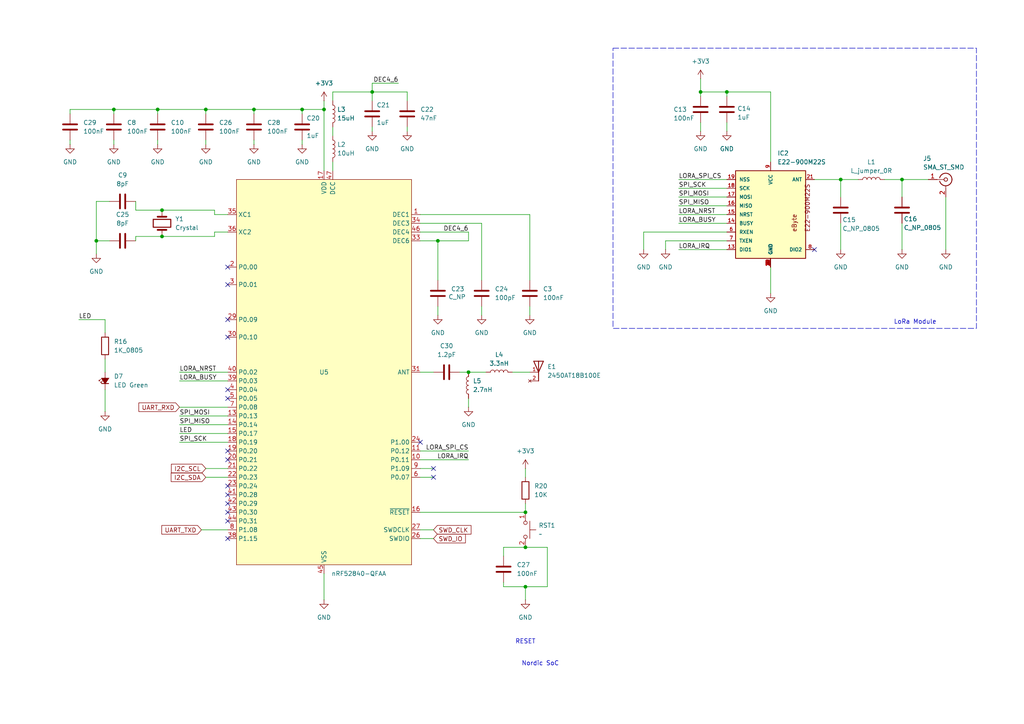
<source format=kicad_sch>
(kicad_sch (version 20250114) (generator "eeschema") (generator_version "9.0")
  (paper "A4")
  (title_block (title "LoRa Hub"))
  (lib_symbols
    (symbol "Library:+3V3" (power) (pin_numbers (hide yes)) (pin_names (offset 0) (hide yes))
      (property "Value" "+3V3" (at 0 3.556 0))
      (symbol "+3V3_1_1"
        (pin power_in line (at 0 0 90) (length 0) (name "~") (number "1"))
      )
    )
    (symbol "Library:100nF_0402_16V_X7R" (pin_numbers (hide yes)) (pin_names (offset 0.254))
      (property "Reference" "C" (at 0.635 2.54 0))
      (property "Value" "100nF_0402_16V_X7R" (at 0.635 -2.54 0))
      (symbol "100nF_0402_16V_X7R_1_1"
        (pin passive line (at 0 3.81 270) (length 2.794) (name "~") (number "1"))
        (pin passive line (at 0 -3.81 90) (length 2.794) (name "~") (number "2"))
      )
    )
    (symbol "Library:100nF_0603_25V_X5R" (pin_numbers (hide yes)) (pin_names (offset 0.254))
      (property "Reference" "C" (at 0.635 2.54 0))
      (property "Value" "100nF" (at 0.635 -2.54 0))
      (symbol "100nF_0603_25V_X5R_1_1"
        (pin passive line (at 0 3.81 270) (length 2.794) (name "~") (number "1"))
        (pin passive line (at 0 -3.81 90) (length 2.794) (name "~") (number "2"))
      )
    )
    (symbol "Library:100pF_0603" (pin_numbers (hide yes)) (pin_names (offset 0.254))
      (property "Reference" "C" (at 0.635 2.54 0))
      (property "Value" "100pF" (at 0.635 -2.54 0))
      (symbol "100pF_0603_1_1"
        (pin passive line (at 0 3.81 270) (length 2.794) (name "~") (number "1"))
        (pin passive line (at 0 -3.81 90) (length 2.794) (name "~") (number "2"))
      )
    )
    (symbol "Library:10K_0805" (pin_numbers (hide yes)) (pin_names (offset 0))
      (property "Reference" "R" (at 2.032 0 90))
      (property "Value" "10K_0805" (at -2.54 0 90))
      (symbol "10K_0805_1_1"
        (pin passive line (at 0 3.81 270) (length 1.27) (name "~") (number "1"))
        (pin passive line (at 0 -3.81 90) (length 1.27) (name "~") (number "2"))
      )
    )
    (symbol "Library:10nH_0603" (pin_numbers (hide yes)) (pin_names (offset 1.016) (hide yes))
      (property "Reference" "L" (at -1.27 0 90))
      (property "Value" "10uH" (at 1.905 0 90))
      (symbol "10nH_0603_1_1"
        (pin passive line (at 0 3.81 270) (length 1.27) (name "1") (number "1"))
        (pin passive line (at 0 -3.81 90) (length 1.27) (name "2") (number "2"))
      )
    )
    (symbol "Library:1K_0805" (pin_numbers (hide yes)) (pin_names (offset 0))
      (property "Reference" "R" (at 2.032 0 90))
      (property "Value" "1K_0805" (at -2.54 0 90))
      (symbol "1K_0805_1_1"
        (pin passive line (at 0 3.81 270) (length 1.27) (name "~") (number "1"))
        (pin passive line (at 0 -3.81 90) (length 1.27) (name "~") (number "2"))
      )
    )
    (symbol "Library:1uF_0603_25V_X7R" (pin_numbers (hide yes)) (pin_names (offset 0.254))
      (property "Reference" "C" (at 0.635 2.54 0))
      (property "Value" "1uF_0603_25V_X7R" (at 0.635 -2.54 0))
      (symbol "1uF_0603_25V_X7R_1_1"
        (pin passive line (at 0 3.81 270) (length 2.794) (name "~") (number "1"))
        (pin passive line (at 0 -3.81 90) (length 2.794) (name "~") (number "2"))
      )
    )
    (symbol "Library:1uF_0805_25V_X7R" (pin_numbers (hide yes)) (pin_names (offset 0.254))
      (property "Reference" "C" (at 0.635 2.54 0))
      (property "Value" "1uF_0805_25V_X7R" (at 0.635 -2.54 0))
      (symbol "1uF_0805_25V_X7R_1_1"
        (pin passive line (at 0 3.81 270) (length 2.794) (name "~") (number "1"))
        (pin passive line (at 0 -3.81 90) (length 2.794) (name "~") (number "2"))
      )
    )
    (symbol "Library:2450AT18B100E" (pin_names (offset 1.016))
      (property "Reference" "E" (at 2.0344 0.7629 0))
      (property "Value" "2450AT18B100E" (at 2.1628 -1.0178 0))
      (symbol "2450AT18B100E_0_0"
        (pin passive line (at -2.54 0 0) (length 2.54) (name "~") (number "1"))
        (pin no_connect line (at -2.54 -2.54 0) (length 2.54) (name "~") (number "2"))
      )
    )
    (symbol "Library:47nF_0603_25V_X7R" (pin_numbers (hide yes)) (pin_names (offset 0.254))
      (property "Reference" "C" (at 0.635 2.54 0))
      (property "Value" "47nF" (at 0.635 -2.54 0))
      (symbol "47nF_0603_25V_X7R_1_1"
        (pin passive line (at 0 3.81 270) (length 2.794) (name "~") (number "1"))
        (pin passive line (at 0 -3.81 90) (length 2.794) (name "~") (number "2"))
      )
    )
    (symbol "Library:C" (pin_numbers (hide yes)) (pin_names (offset 0.254))
      (property "Reference" "C" (at 0.635 2.54 0))
      (property "Value" "C" (at 0.635 -2.54 0))
      (symbol "C_1_1"
        (pin passive line (at 0 3.81 270) (length 2.794) (name "~") (number "1"))
        (pin passive line (at 0 -3.81 90) (length 2.794) (name "~") (number "2"))
      )
    )
    (symbol "Library:C_NP_0603" (pin_numbers (hide yes)) (pin_names (offset 0.254))
      (property "Reference" "C" (at 0.635 2.54 0))
      (property "Value" "C_NP_0603" (at 0.635 -2.54 0))
      (symbol "C_NP_0603_1_1"
        (pin passive line (at 0 3.81 270) (length 2.794) (name "~") (number "1"))
        (pin passive line (at 0 -3.81 90) (length 2.794) (name "~") (number "2"))
      )
    )
    (symbol "Library:C_NP_0805" (pin_numbers (hide yes)) (pin_names (offset 0.254))
      (property "Reference" "C" (at 0.635 2.54 0))
      (property "Value" "C_NP_0805" (at 0.635 -2.54 0))
      (symbol "C_NP_0805_1_1"
        (pin passive line (at 0 3.81 270) (length 2.794) (name "~") (number "1"))
        (pin passive line (at 0 -3.81 90) (length 2.794) (name "~") (number "2"))
      )
    )
    (symbol "Library:Crystal" (pin_numbers (hide yes)) (pin_names (offset 1.016) (hide yes))
      (property "Reference" "Y" (at 0 3.81 0))
      (property "Value" "Crystal" (at 0 -3.81 0))
      (symbol "Crystal_1_1"
        (pin passive line (at -3.81 0 0) (length 1.27) (name "1") (number "1"))
        (pin passive line (at 3.81 0 180) (length 1.27) (name "2") (number "2"))
      )
    )
    (symbol "Library:E22-900M22S" (pin_names (offset 1.016))
      (property "Reference" "IC" (at 5.08 17.78 0))
      (property "Value" "E22-900M22S" (at -12.7 17.78 0))
      (symbol "E22-900M22S_0_0"
        (text "eByte" (at 7.62 -5.08 900) (effects (font (size 1.27 1.27)) (justify left bottom)))
        (text "E22-900M22S" (at 11.43 -5.08 900) (effects (font (size 1.27 1.27)) (justify left bottom)))
        (pin input line (at -12.7 10.16 0) (length 2.54) (name "NSS") (number "19"))
        (pin input line (at -12.7 7.62 0) (length 2.54) (name "SCK") (number "18"))
        (pin bidirectional line (at -12.7 5.08 0) (length 2.54) (name "MOSI") (number "17"))
        (pin bidirectional line (at -12.7 2.54 0) (length 2.54) (name "MISO") (number "16"))
        (pin bidirectional line (at -12.7 0 0) (length 2.54) (name "NRST") (number "15"))
        (pin bidirectional line (at -12.7 -2.54 0) (length 2.54) (name "BUSY") (number "14"))
        (pin input line (at -12.7 -5.08 0) (length 2.54) (name "RXEN") (number "6"))
        (pin bidirectional line (at -12.7 -7.62 0) (length 2.54) (name "TXEN") (number "7"))
        (pin bidirectional line (at -12.7 -10.16 0) (length 2.54) (name "DIO1") (number "13"))
        (pin power_in line (at 0 15.24 270) (length 2.54) (name "VCC") (number "9"))
        (pin power_in line (at 0 -15.24 90) (length 2.54) (name "GND") (number "1"))
        (pin power_in line (at 0 -15.24 90) (length 2.54) (name "GND") (number "10"))
        (pin power_in line (at 0 -15.24 90) (length 2.54) (name "GND") (number "11"))
        (pin power_in line (at 0 -15.24 90) (length 2.54) (name "GND") (number "12"))
        (pin power_in line (at 0 -15.24 90) (length 2.54) (name "GND") (number "2"))
        (pin power_in line (at 0 -15.24 90) (length 2.54) (name "GND") (number "20"))
        (pin power_in line (at 0 -15.24 90) (length 2.54) (name "GND") (number "22"))
        (pin power_in line (at 0 -15.24 90) (length 2.54) (name "GND") (number "3"))
        (pin power_in line (at 0 -15.24 90) (length 2.54) (name "GND") (number "4"))
        (pin power_in line (at 0 -15.24 90) (length 2.54) (name "GND") (number "5"))
        (pin output line (at 12.7 10.16 180) (length 2.54) (name "ANT") (number "21"))
        (pin bidirectional line (at 12.7 -10.16 180) (length 2.54) (name "DIO2") (number "8"))
      )
    )
    (symbol "Library:GND" (power) (pin_numbers (hide yes)) (pin_names (offset 0) (hide yes))
      (property "Value" "GND" (at 0 -3.81 0))
      (symbol "GND_1_1"
        (pin power_in line (at 0 0 270) (length 0) (name "~") (number "1"))
      )
    )
    (symbol "Library:L" (pin_numbers (hide yes)) (pin_names (offset 1.016) (hide yes))
      (property "Reference" "L" (at -1.27 0 90))
      (property "Value" "L" (at 1.905 0 90))
      (symbol "L_1_1"
        (pin passive line (at 0 3.81 270) (length 1.27) (name "1") (number "1"))
        (pin passive line (at 0 -3.81 90) (length 1.27) (name "2") (number "2"))
      )
    )
    (symbol "Library:LED_Green_0805" (pin_numbers (hide yes)) (pin_names (offset 0.254) (hide yes))
      (property "Reference" "D" (at -1.27 3.175 0))
      (property "Value" "LED Green" (at -4.445 -2.54 0))
      (symbol "LED_Green_0805_1_1"
        (pin passive line (at -2.54 0 0) (length 1.778) (name "K") (number "1"))
        (pin passive line (at 2.54 0 180) (length 1.778) (name "A") (number "2"))
      )
    )
    (symbol "Library:L_jumper_0R" (pin_numbers (hide yes)) (pin_names (offset 1.016) (hide yes))
      (property "Reference" "L" (at -1.27 0 90))
      (property "Value" "L_jumper_0R" (at 1.905 0 90))
      (symbol "L_jumper_0R_1_1"
        (pin passive line (at 0 3.81 270) (length 1.27) (name "1") (number "1"))
        (pin passive line (at 0 -3.81 90) (length 1.27) (name "2") (number "2"))
      )
    )
    (symbol "Library:SMA_ST_SMD" (pin_names (offset 1.016) (hide yes))
      (property "Reference" "J" (at 0.254 3.048 0))
      (property "Value" "SMA_ST_SMD" (at 2.921 0 90))
      (symbol "SMA_ST_SMD_1_1"
        (pin passive line (at -5.08 0 0) (length 2.54) (name "In") (number "1"))
        (pin passive line (at 0 -5.08 90) (length 2.54) (name "Ext") (number "2"))
      )
    )
    (symbol "Library:SW_Push" (pin_names (offset 1.016) (hide yes))
      (property "Reference" "SW" (at 1.016 3.302 0))
      (property "Value" "SW_Push" (at -2.032 7.62 0))
      (symbol "SW_Push_1_1"
        (pin passive line (at -5.08 0 0) (length 2.54) (name "~") (number "1"))
        (pin passive line (at -5.08 0 0) (length 2.54) (hide yes) (name "~") (number "4"))
        (pin passive line (at 5.08 0 180) (length 2.54) (name "~") (number "2"))
        (pin passive line (at 5.08 0 180) (length 2.54) (hide yes) (name "~") (number "3"))
      )
    )
    (symbol "Library:nRF52840-QFXX"
      (property "Reference" "U" (at 0 0 0))
      (property "Value" "nRF52840-QFXX" (at 0 -2.54 0))
      (symbol "nRF52840-QFXX_0_0"
        (pin input line (at -27.94 45.72 0) (length 2.54) (name "XC1") (number "35"))
        (pin input line (at -27.94 40.64 0) (length 2.54) (name "XC2") (number "36"))
        (pin bidirectional line (at -27.94 -10.16 0) (length 2.54) (name "P0.08") (number "7"))
        (pin bidirectional line (at -27.94 -12.7 0) (length 2.54) (name "P0.13") (number "13"))
        (pin bidirectional line (at -27.94 -15.24 0) (length 2.54) (name "P0.14") (number "14"))
        (pin bidirectional line (at -27.94 -17.78 0) (length 2.54) (name "P0.17") (number "15"))
        (pin bidirectional line (at -27.94 -20.32 0) (length 2.54) (name "P0.19") (number "18"))
        (pin bidirectional line (at -27.94 -22.86 0) (length 2.54) (name "P0.20") (number "19"))
        (pin bidirectional line (at -27.94 -25.4 0) (length 2.54) (name "P0.21") (number "20"))
        (pin bidirectional line (at -27.94 -27.94 0) (length 2.54) (name "P0.22") (number "21"))
        (pin bidirectional line (at -27.94 -30.48 0) (length 2.54) (name "P0.23") (number "22"))
        (pin bidirectional line (at -27.94 -33.02 0) (length 2.54) (name "P0.24") (number "23"))
        (pin bidirectional line (at -27.94 -45.72 0) (length 2.54) (name "P1.08") (number "8"))
        (pin bidirectional line (at -27.94 -48.26 0) (length 2.54) (name "P1.15") (number "38"))
        (pin power_in line (at 0 58.42 270) (length 2.54) (name "VDD") (number "17"))
        (pin power_in line (at 0 -58.42 90) (length 2.54) (name "VSS") (number "45"))
        (pin power_out line (at 2.54 58.42 270) (length 2.54) (name "DCC") (number "47"))
        (pin bidirectional line (at 27.94 0 180) (length 2.54) (name "ANT") (number "31"))
        (pin bidirectional line (at 27.94 -48.26 180) (length 2.54) (name "SWDIO") (number "26"))
      )
      (symbol "nRF52840-QFXX_1_0"
        (pin bidirectional line (at -27.94 30.48 0) (length 2.54) (name "P0.00") (number "2"))
        (pin bidirectional line (at -27.94 25.4 0) (length 2.54) (name "P0.01") (number "3"))
        (pin bidirectional line (at -27.94 15.24 0) (length 2.54) (name "P0.09") (number "29"))
        (pin bidirectional line (at -27.94 10.16 0) (length 2.54) (name "P0.10") (number "30"))
        (pin bidirectional line (at -27.94 0 0) (length 2.54) (name "P0.02") (number "40"))
        (pin bidirectional line (at -27.94 -2.54 0) (length 2.54) (name "P0.03") (number "39"))
        (pin bidirectional line (at -27.94 -5.08 0) (length 2.54) (name "P0.04") (number "4"))
        (pin bidirectional line (at -27.94 -7.62 0) (length 2.54) (name "P0.05") (number "5"))
        (pin bidirectional line (at -27.94 -35.56 0) (length 2.54) (name "P0.28") (number "41"))
        (pin bidirectional line (at -27.94 -38.1 0) (length 2.54) (name "P0.29") (number "42"))
        (pin bidirectional line (at -27.94 -40.64 0) (length 2.54) (name "P0.30") (number "43"))
        (pin bidirectional line (at -27.94 -43.18 0) (length 2.54) (name "P0.31") (number "44"))
        (pin no_connect line (at -15.24 -55.88 90) (length 2.54) (hide yes) (name "NC") (number "28"))
        (pin passive line (at 0 58.42 270) (length 2.54) (hide yes) (name "VDD") (number "12"))
        (pin passive line (at 0 58.42 270) (length 2.54) (hide yes) (name "VDD") (number "25"))
        (pin passive line (at 0 58.42 270) (length 2.54) (hide yes) (name "VDD") (number "37"))
        (pin passive line (at 0 58.42 270) (length 2.54) (hide yes) (name "VDD") (number "48"))
        (pin passive line (at 0 -58.42 90) (length 2.54) (hide yes) (name "VSS_PA") (number "32"))
        (pin passive line (at 0 -58.42 90) (length 2.54) (hide yes) (name "VSS") (number "49"))
        (pin passive line (at 27.94 45.72 180) (length 2.54) (name "DEC1") (number "1"))
        (pin passive line (at 27.94 43.18 180) (length 2.54) (name "DEC3") (number "34"))
        (pin passive line (at 27.94 40.64 180) (length 2.54) (name "DEC4") (number "46"))
        (pin passive line (at 27.94 38.1 180) (length 2.54) (name "DEC6") (number "33"))
        (pin bidirectional line (at 27.94 -20.32 180) (length 2.54) (name "P1.00") (number "24"))
        (pin bidirectional line (at 27.94 -22.86 180) (length 2.54) (name "P0.12") (number "11"))
        (pin bidirectional line (at 27.94 -25.4 180) (length 2.54) (name "P0.11") (number "10"))
        (pin bidirectional line (at 27.94 -27.94 180) (length 2.54) (name "P1.09") (number "9"))
        (pin bidirectional line (at 27.94 -30.48 180) (length 2.54) (name "P0.07") (number "6"))
        (pin input line (at 27.94 -40.64 180) (length 2.54) (name "~{RESET}") (number "16"))
        (pin input line (at 27.94 -45.72 180) (length 2.54) (name "SWDCLK") (number "27"))
      )
    )
  )
  (rectangle (start 177.8 13.97) (end 283.21 95.25) (stroke (width 0) (type dash)))
  (text "LoRa Module" (at 265.43 93.472 0) (effects (font (size 1.27 1.27))))
  (text "Nordic SoC" (at 156.718 192.532 0) (effects (font (size 1.27 1.27))))
  (text "RESET" (at 152.4 186.182 0) (effects (font (size 1.27 1.27))))
  (junction (at 87.63 31.75))
  (junction (at 203.2 26.67))
  (junction (at 46.99 68.58))
  (junction (at 46.99 60.96))
  (junction (at 135.89 107.95))
  (junction (at 73.66 31.75))
  (junction (at 152.4 158.75))
  (junction (at 27.94 69.85))
  (junction (at 33.02 31.75))
  (junction (at 93.98 31.75))
  (junction (at 107.95 26.67))
  (junction (at 210.82 26.67))
  (junction (at 127 69.85))
  (junction (at 59.69 31.75))
  (junction (at 152.4 148.59))
  (junction (at 261.62 52.07))
  (junction (at 243.84 52.07))
  (junction (at 152.4 170.18))
  (junction (at 45.72 31.75))
  (no_connect (at 66.04 97.79))
  (no_connect (at 236.22 72.39))
  (no_connect (at 66.04 92.71))
  (no_connect (at 125.73 135.89))
  (no_connect (at 66.04 130.81))
  (no_connect (at 66.04 151.13))
  (no_connect (at 125.73 138.43))
  (no_connect (at 121.92 128.27))
  (no_connect (at 66.04 148.59))
  (no_connect (at 66.04 113.03))
  (no_connect (at 66.04 115.57))
  (no_connect (at 66.04 82.55))
  (no_connect (at 66.04 133.35))
  (no_connect (at 66.04 143.51))
  (no_connect (at 66.04 77.47))
  (no_connect (at 66.04 140.97))
  (no_connect (at 66.04 156.21))
  (no_connect (at 66.04 146.05))
  (wire (pts (xy 121.92 135.89) (xy 125.73 135.89)))
  (wire (pts (xy 146.05 170.18) (xy 146.05 168.91)))
  (wire (pts (xy 52.07 123.19) (xy 66.04 123.19)))
  (wire (pts (xy 52.07 120.65) (xy 66.04 120.65)))
  (wire (pts (xy 45.72 40.64) (xy 45.72 41.91)))
  (wire (pts (xy 73.66 31.75) (xy 87.63 31.75)))
  (wire (pts (xy 59.69 138.43) (xy 66.04 138.43)))
  (wire (pts (xy 96.52 26.67) (xy 107.95 26.67)))
  (wire (pts (xy 236.22 52.07) (xy 243.84 52.07)))
  (wire (pts (xy 203.2 26.67) (xy 203.2 27.94)))
  (wire (pts (xy 152.4 170.18) (xy 152.4 173.99)))
  (wire (pts (xy 87.63 31.75) (xy 93.98 31.75)))
  (wire (pts (xy 107.95 26.67) (xy 107.95 24.13)))
  (wire (pts (xy 152.4 158.75) (xy 158.75 158.75)))
  (wire (pts (xy 210.82 26.67) (xy 223.52 26.67)))
  (wire (pts (xy 139.7 64.77) (xy 139.7 81.28)))
  (wire (pts (xy 73.66 31.75) (xy 73.66 33.02)))
  (wire (pts (xy 52.07 125.73) (xy 66.04 125.73)))
  (wire (pts (xy 121.92 107.95) (xy 125.73 107.95)))
  (wire (pts (xy 121.92 153.67) (xy 125.73 153.67)))
  (wire (pts (xy 46.99 60.96) (xy 39.37 60.96)))
  (wire (pts (xy 127 88.9) (xy 127 91.44)))
  (wire (pts (xy 223.52 77.47) (xy 223.52 85.09)))
  (wire (pts (xy 33.02 40.64) (xy 33.02 41.91)))
  (wire (pts (xy 87.63 31.75) (xy 87.63 33.02)))
  (wire (pts (xy 27.94 69.85) (xy 31.75 69.85)))
  (wire (pts (xy 62.23 67.31) (xy 66.04 67.31)))
  (wire (pts (xy 146.05 170.18) (xy 152.4 170.18)))
  (wire (pts (xy 135.89 115.57) (xy 135.89 118.11)))
  (wire (pts (xy 93.98 29.21) (xy 93.98 31.75)))
  (wire (pts (xy 62.23 68.58) (xy 62.23 67.31)))
  (wire (pts (xy 59.69 31.75) (xy 73.66 31.75)))
  (wire (pts (xy 59.69 40.64) (xy 59.69 41.91)))
  (wire (pts (xy 52.07 128.27) (xy 66.04 128.27)))
  (wire (pts (xy 203.2 26.67) (xy 210.82 26.67)))
  (wire (pts (xy 243.84 52.07) (xy 248.92 52.07)))
  (wire (pts (xy 107.95 36.83) (xy 107.95 38.1)))
  (wire (pts (xy 121.92 156.21) (xy 125.73 156.21)))
  (wire (pts (xy 45.72 31.75) (xy 45.72 33.02)))
  (wire (pts (xy 121.92 148.59) (xy 152.4 148.59)))
  (wire (pts (xy 33.02 31.75) (xy 20.32 31.75)))
  (wire (pts (xy 196.85 62.23) (xy 210.82 62.23)))
  (wire (pts (xy 27.94 58.42) (xy 27.94 69.85)))
  (wire (pts (xy 118.11 29.21) (xy 118.11 26.67)))
  (wire (pts (xy 196.85 72.39) (xy 210.82 72.39)))
  (wire (pts (xy 193.04 69.85) (xy 193.04 72.39)))
  (wire (pts (xy 148.59 107.95) (xy 153.67 107.95)))
  (wire (pts (xy 146.05 158.75) (xy 146.05 161.29)))
  (wire (pts (xy 135.89 67.31) (xy 135.89 69.85)))
  (wire (pts (xy 127 69.85) (xy 127 81.28)))
  (wire (pts (xy 20.32 40.64) (xy 20.32 41.91)))
  (wire (pts (xy 66.04 62.23) (xy 62.23 62.23)))
  (wire (pts (xy 118.11 36.83) (xy 118.11 38.1)))
  (wire (pts (xy 52.07 107.95) (xy 66.04 107.95)))
  (wire (pts (xy 121.92 69.85) (xy 127 69.85)))
  (wire (pts (xy 46.99 68.58) (xy 62.23 68.58)))
  (wire (pts (xy 210.82 26.67) (xy 210.82 27.94)))
  (wire (pts (xy 96.52 46.99) (xy 96.52 49.53)))
  (wire (pts (xy 30.48 104.14) (xy 30.48 107.95)))
  (wire (pts (xy 45.72 31.75) (xy 33.02 31.75)))
  (wire (pts (xy 133.35 107.95) (xy 135.89 107.95)))
  (wire (pts (xy 59.69 31.75) (xy 59.69 33.02)))
  (wire (pts (xy 196.85 57.15) (xy 210.82 57.15)))
  (wire (pts (xy 121.92 62.23) (xy 153.67 62.23)))
  (wire (pts (xy 58.42 153.67) (xy 66.04 153.67)))
  (wire (pts (xy 210.82 35.56) (xy 210.82 38.1)))
  (wire (pts (xy 135.89 107.95) (xy 140.97 107.95)))
  (wire (pts (xy 46.99 68.58) (xy 39.37 68.58)))
  (wire (pts (xy 261.62 64.77) (xy 261.62 72.39)))
  (wire (pts (xy 62.23 62.23) (xy 62.23 60.96)))
  (wire (pts (xy 27.94 69.85) (xy 27.94 73.66)))
  (wire (pts (xy 30.48 113.03) (xy 30.48 119.38)))
  (wire (pts (xy 261.62 57.15) (xy 261.62 52.07)))
  (wire (pts (xy 135.89 130.81) (xy 121.92 130.81)))
  (wire (pts (xy 153.67 62.23) (xy 153.67 81.28)))
  (wire (pts (xy 203.2 22.86) (xy 203.2 26.67)))
  (wire (pts (xy 39.37 68.58) (xy 39.37 69.85)))
  (wire (pts (xy 243.84 52.07) (xy 243.84 57.15)))
  (wire (pts (xy 223.52 26.67) (xy 223.52 46.99)))
  (wire (pts (xy 152.4 170.18) (xy 158.75 170.18)))
  (wire (pts (xy 196.85 52.07) (xy 210.82 52.07)))
  (wire (pts (xy 118.11 26.67) (xy 107.95 26.67)))
  (wire (pts (xy 45.72 31.75) (xy 59.69 31.75)))
  (wire (pts (xy 146.05 158.75) (xy 152.4 158.75)))
  (wire (pts (xy 261.62 52.07) (xy 269.24 52.07)))
  (wire (pts (xy 203.2 35.56) (xy 203.2 38.1)))
  (wire (pts (xy 52.07 110.49) (xy 66.04 110.49)))
  (wire (pts (xy 31.75 58.42) (xy 27.94 58.42)))
  (wire (pts (xy 20.32 31.75) (xy 20.32 33.02)))
  (wire (pts (xy 274.32 57.15) (xy 274.32 72.39)))
  (wire (pts (xy 135.89 133.35) (xy 121.92 133.35)))
  (wire (pts (xy 33.02 31.75) (xy 33.02 33.02)))
  (wire (pts (xy 59.69 135.89) (xy 66.04 135.89)))
  (wire (pts (xy 139.7 88.9) (xy 139.7 91.44)))
  (wire (pts (xy 107.95 29.21) (xy 107.95 26.67)))
  (wire (pts (xy 52.07 118.11) (xy 66.04 118.11)))
  (wire (pts (xy 93.98 31.75) (xy 93.98 49.53)))
  (wire (pts (xy 62.23 60.96) (xy 46.99 60.96)))
  (wire (pts (xy 186.69 67.31) (xy 186.69 72.39)))
  (wire (pts (xy 196.85 64.77) (xy 210.82 64.77)))
  (wire (pts (xy 196.85 54.61) (xy 210.82 54.61)))
  (wire (pts (xy 30.48 92.71) (xy 30.48 96.52)))
  (wire (pts (xy 210.82 67.31) (xy 186.69 67.31)))
  (wire (pts (xy 73.66 40.64) (xy 73.66 41.91)))
  (wire (pts (xy 243.84 64.77) (xy 243.84 72.39)))
  (wire (pts (xy 152.4 146.05) (xy 152.4 148.59)))
  (wire (pts (xy 127 69.85) (xy 135.89 69.85)))
  (wire (pts (xy 210.82 69.85) (xy 193.04 69.85)))
  (wire (pts (xy 261.62 52.07) (xy 256.54 52.07)))
  (wire (pts (xy 196.85 59.69) (xy 210.82 59.69)))
  (wire (pts (xy 153.67 88.9) (xy 153.67 91.44)))
  (wire (pts (xy 152.4 135.89) (xy 152.4 138.43)))
  (wire (pts (xy 121.92 64.77) (xy 139.7 64.77)))
  (wire (pts (xy 158.75 158.75) (xy 158.75 170.18)))
  (wire (pts (xy 121.92 138.43) (xy 125.73 138.43)))
  (wire (pts (xy 96.52 36.83) (xy 96.52 39.37)))
  (wire (pts (xy 96.52 29.21) (xy 96.52 26.67)))
  (wire (pts (xy 39.37 60.96) (xy 39.37 58.42)))
  (wire (pts (xy 30.48 92.71) (xy 22.86 92.71)))
  (wire (pts (xy 87.63 40.64) (xy 87.63 41.91)))
  (wire (pts (xy 107.95 24.13) (xy 115.57 24.13)))
  (wire (pts (xy 93.98 166.37) (xy 93.98 173.99)))
  (wire (pts (xy 121.92 67.31) (xy 135.89 67.31)))
  (label "SPI_SCK" (at 52.07 128.27 0))
  (label "SPI_MOSI" (at 196.85 57.15 0))
  (label "LORA_IRQ" (at 135.89 133.35 180))
  (label "LED" (at 22.86 92.71 0))
  (label "LED" (at 52.07 125.73 0))
  (label "LORA_SPI_CS" (at 135.89 130.81 180))
  (label "LORA_IRQ" (at 196.85 72.39 0))
  (label "SPI_MOSI" (at 52.07 120.65 0))
  (label "LORA_BUSY" (at 196.85 64.77 0))
  (label "SPI_MISO" (at 196.85 59.69 0))
  (label "DEC4_6" (at 115.57 24.13 180))
  (label "LORA_BUSY" (at 52.07 110.49 0))
  (label "LORA_NRST" (at 52.07 107.95 0))
  (label "SPI_SCK" (at 196.85 54.61 0))
  (label "DEC4_6" (at 135.89 67.31 180))
  (label "SPI_MISO" (at 52.07 123.19 0))
  (label "LORA_SPI_CS" (at 196.85 52.07 0))
  (label "LORA_NRST" (at 196.85 62.23 0))
  (global_label "UART_RXD" (shape input) (at 52.07 118.11 180) (property "Intersheetrefs" "${INTERSHEET_REFS}" (effects (hide yes))))
  (global_label "I2C_SDA" (shape input) (at 59.69 138.43 180) (property "Intersheetrefs" "${INTERSHEET_REFS}" (effects (hide yes))))
  (global_label "UART_TXD" (shape input) (at 58.42 153.67 180) (property "Intersheetrefs" "${INTERSHEET_REFS}" (effects (hide yes))))
  (global_label "SWD_CLK" (shape input) (at 125.73 153.67 0) (property "Intersheetrefs" "${INTERSHEET_REFS}" (effects (hide yes))))
  (global_label "I2C_SCL" (shape input) (at 59.69 135.89 180) (property "Intersheetrefs" "${INTERSHEET_REFS}" (effects (hide yes))))
  (global_label "SWD_IO" (shape input) (at 125.73 156.21 0) (property "Intersheetrefs" "${INTERSHEET_REFS}" (effects (hide yes))))
  (symbol (lib_id "Library:SMA_ST_SMD") (at 274.32 52.07 0) (unit 1)
    (property "Reference" "J5" (at 267.716 45.974 0) (effects (justify left)))
    (property "Value" "SMA_ST_SMD" (at 267.716 48.514 0) (effects (justify left)))
    (property "Footprint" "Project_Footprints:SMA_ST_SMD" (effects (hide yes)))
    (property "Datasheet" "${IBA_DATASHEET_DIR}/connectors/SMA_ST_SMD.zip" (effects (hide yes)))
    (property "Description" "coaxial connector SMA, straight, female, SMD, gold" (effects (hide yes)))
    (property "Status" "Preferred" (effects (hide yes)))
    (property "Mfr1" "Linx Technologies" (effects (hide yes)))
    (property "MPN1" "CONSMA001-SMD-G" (effects (hide yes)))
    (property "Mfr2" "Molex" (effects (hide yes)))
    (property "MPN2" "732511352" (effects (hide yes)))
  )
  (symbol (lib_id "Library:GND") (at 30.48 119.38 0) (unit 1)
    (property "Reference" "#PWR053" (effects (hide yes)))
    (property "Value" "GND" (at 30.48 124.46 0))
    (property "Description" "Power symbol creates a global label with name \"GND\" , ground" (effects (hide yes)))
  )
  (symbol (lib_id "Library:100nF_0402_16V_X7R") (at 73.66 36.83 0) (unit 1)
    (property "Reference" "C28" (at 77.47 35.5599 0) (effects (justify left)))
    (property "Value" "100nF" (at 77.47 38.0999 0) (effects (justify left)))
    (property "Footprint" "Project_Footprints:C_0402_1005Metric" (effects (hide yes)))
    (property "Datasheet" "${IBA_DATASHEET_DIR}\\capacitors\\Ceramic_capacitors_SMD_X7R.zip" (effects (hide yes)))
    (property "Description" "100nF 0402, ceramic capacitor, 16V, X7R, 10%" (effects (hide yes)))
    (property "Status" "Specific" (effects (hide yes)))
    (property "Mfr1" "AVX" (effects (hide yes)))
    (property "MPN1" "0402YC104KAT2A" (effects (hide yes)))
    (property "Mfr2" "KEMET" (effects (hide yes)))
    (property "MPN2" "C0402C104K4RACTU" (effects (hide yes)))
  )
  (symbol (lib_id "Library:1uF_0805_25V_X7R") (at 210.82 31.75 0) (unit 1)
    (property "Reference" "C14" (at 213.868 31.496 0) (effects (justify left)))
    (property "Value" "1uF" (at 213.868 34.036 0) (effects (justify left)))
    (property "Footprint" "Project_Footprints:C_0805_2012Metric" (effects (hide yes)))
    (property "Datasheet" "${IBA_DATASHEET_DIR}\\capacitors\\Ceramic_capacitors_SMD_X7R.zip" (effects (hide yes)))
    (property "Description" "1uF 0805, ceramic capacitor, 25V, X7R, 10%" (effects (hide yes)))
    (property "Status" "Preferred" (effects (hide yes)))
    (property "Mfr1" "AVX" (effects (hide yes)))
    (property "MPN1" "08053C105KAT2A" (effects (hide yes)))
    (property "Mfr2" "KEMET" (effects (hide yes)))
    (property "MPN2" "C0805C105K3RACTU" (effects (hide yes)))
  )
  (symbol (lib_id "Library:GND") (at 27.94 73.66 0) (unit 1)
    (property "Reference" "#PWR076" (effects (hide yes)))
    (property "Value" "GND" (at 27.94 78.74 0))
    (property "Description" "Power symbol creates a global label with name \"GND\" , ground" (effects (hide yes)))
  )
  (symbol (lib_id "Library:C") (at 129.54 107.95 90) (unit 1)
    (property "Reference" "C30" (at 129.54 100.33 90))
    (property "Value" "1.2pF" (at 129.54 102.87 90))
    (property "Footprint" "Project_Footprints:C_0402_1005Metric" (effects (hide yes)))
    (property "Description" "Unpolarized capacitor" (effects (hide yes)))
    (property "MFR1" " Johanson Technology" (effects (hide yes)))
    (property "MPN1" "500R07S1R2BV4T" (effects (hide yes)))
    (property "Mfr1" "Johanson Technology" (effects (hide yes)))
  )
  (symbol (lib_id "Library:GND") (at 107.95 38.1 0) (unit 1)
    (property "Reference" "#PWR072" (effects (hide yes)))
    (property "Value" "GND" (at 107.95 43.18 0))
    (property "Description" "Power symbol creates a global label with name \"GND\" , ground" (effects (hide yes)))
  )
  (symbol (lib_id "Library:GND") (at 87.63 41.91 0) (unit 1)
    (property "Reference" "#PWR054" (effects (hide yes)))
    (property "Value" "GND" (at 87.63 46.99 0))
    (property "Description" "Power symbol creates a global label with name \"GND\" , ground" (effects (hide yes)))
  )
  (symbol (lib_id "Library:10nH_0603") (at 96.52 43.18 0) (unit 1)
    (property "Reference" "L2" (at 97.79 41.9099 0) (effects (justify left)))
    (property "Value" "10uH" (at 97.79 44.4499 0) (effects (justify left)))
    (property "Footprint" "Project_Footprints:L_0603_1608Metric" (effects (hide yes)))
    (property "Datasheet" "${IBA_DATASHEET_DIR}\\Inductors\\Murata_JELF243A_9139-1699565.pdf" (effects (hide yes)))
    (property "Description" "RF inductor, unshielded, 2%, 0.7A, 130mOhms" (effects (hide yes)))
    (property "Status" "Preferred" (effects (hide yes)))
    (property "Mfr1" "Murata Electronics" (effects (hide yes)))
    (property "MPN1" "LQW18AS10NG0ZD" (effects (hide yes)))
    (property "Mfr2" "EPCOS / TDK" (effects (hide yes)))
    (property "MPN2" "B82496C3100J" (effects (hide yes)))
  )
  (symbol (lib_id "Library:100nF_0603_25V_X5R") (at 146.05 165.1 0) (unit 1)
    (property "Reference" "C27" (at 149.86 163.8299 0) (effects (justify left)))
    (property "Value" "100nF" (at 149.86 166.3699 0) (effects (justify left)))
    (property "Footprint" "Project_Footprints:C_0603_1608Metric" (effects (hide yes)))
    (property "Datasheet" "${IBA_DATASHEET_DIR}\\capacitors\\Kyocera_cx5r_KGM.pdf" (effects (hide yes)))
    (property "Description" "100nF, 0603, ceramic capacitor, 25V, X5R, 10%" (effects (hide yes)))
    (property "Status" "Specific" (effects (hide yes)))
    (property "Mfr1" "Kyocera AVX" (effects (hide yes)))
    (property "MPN1" "06033D104KAT2A" (effects (hide yes)))
    (property "Mfr2" "---" (effects (hide yes)))
    (property "MPN2" "---" (effects (hide yes)))
  )
  (symbol (lib_id "Library:100nF_0402_16V_X7R") (at 33.02 36.83 0) (unit 1)
    (property "Reference" "C8" (at 36.83 35.5599 0) (effects (justify left)))
    (property "Value" "100nF" (at 36.83 38.0999 0) (effects (justify left)))
    (property "Footprint" "Project_Footprints:C_0402_1005Metric" (effects (hide yes)))
    (property "Datasheet" "${IBA_DATASHEET_DIR}\\capacitors\\Ceramic_capacitors_SMD_X7R.zip" (effects (hide yes)))
    (property "Description" "100nF 0402, ceramic capacitor, 16V, X7R, 10%" (effects (hide yes)))
    (property "Status" "Specific" (effects (hide yes)))
    (property "Mfr1" "AVX" (effects (hide yes)))
    (property "MPN1" "0402YC104KAT2A" (effects (hide yes)))
    (property "Mfr2" "KEMET" (effects (hide yes)))
    (property "MPN2" "C0402C104K4RACTU" (effects (hide yes)))
  )
  (symbol (lib_id "Library:GND") (at 243.84 72.39 0) (unit 1)
    (property "Reference" "#PWR064" (effects (hide yes)))
    (property "Value" "GND" (at 243.84 77.47 0))
    (property "Description" "Power symbol creates a global label with name \"GND\" , ground" (effects (hide yes)))
  )
  (symbol (lib_id "Library:+3V3") (at 93.98 29.21 0) (unit 1)
    (property "Reference" "#PWR055" (effects (hide yes)))
    (property "Value" "+3V3" (at 93.98 24.13 0))
    (property "Description" "Power symbol creates a global label with name \"+3V3\"" (effects (hide yes)))
  )
  (symbol (lib_id "Library:100nF_0402_16V_X7R") (at 20.32 36.83 0) (unit 1)
    (property "Reference" "C29" (at 24.13 35.5599 0) (effects (justify left)))
    (property "Value" "100nF" (at 24.13 38.0999 0) (effects (justify left)))
    (property "Footprint" "Project_Footprints:C_0402_1005Metric" (effects (hide yes)))
    (property "Datasheet" "${IBA_DATASHEET_DIR}\\capacitors\\Ceramic_capacitors_SMD_X7R.zip" (effects (hide yes)))
    (property "Description" "100nF 0402, ceramic capacitor, 16V, X7R, 10%" (effects (hide yes)))
    (property "Status" "Specific" (effects (hide yes)))
    (property "Mfr1" "AVX" (effects (hide yes)))
    (property "MPN1" "0402YC104KAT2A" (effects (hide yes)))
    (property "Mfr2" "KEMET" (effects (hide yes)))
    (property "MPN2" "C0402C104K4RACTU" (effects (hide yes)))
  )
  (symbol (lib_id "Library:C_NP_0603") (at 127 85.09 0) (unit 1)
    (property "Reference" "C23" (at 130.81 83.8199 0) (effects (justify left)))
    (property "Value" "C_NP" (at 130.048 86.106 0) (effects (justify left)))
    (property "Footprint" "Project_Footprints:C_0603_1608Metric" (effects (hide yes)))
    (property "Datasheet" "${IBA_DATASHEET_DIR}/capacitors/" (effects (hide yes)))
    (property "Description" "Capacitor NP, Not placed, 0603" (effects (hide yes)))
    (property "Status" "Preferred" (effects (hide yes)))
    (property "Mfr1" "---" (effects (hide yes)))
    (property "MPN1" "---" (effects (hide yes)))
    (property "Mfr2" "---" (effects (hide yes)))
    (property "MPN2" "---" (effects (hide yes)))
  )
  (symbol (lib_id "Library:C") (at 35.56 69.85 90) (unit 1)
    (property "Reference" "C25" (at 35.56 62.23 90))
    (property "Value" "8pF" (at 35.56 64.77 90))
    (property "Footprint" "Project_Footprints:C_0603_1608Metric" (effects (hide yes)))
    (property "Description" "Unpolarized capacitor" (effects (hide yes)))
    (property "MPN1" "06033A8R0DAT2A" (effects (hide yes)))
    (property "Mfr1" "KYOCERA" (effects (hide yes)))
  )
  (symbol (lib_id "Library:100pF_0603") (at 139.7 85.09 0) (unit 1)
    (property "Reference" "C24" (at 143.51 83.8199 0) (effects (justify left)))
    (property "Value" "100pF" (at 143.51 86.3599 0) (effects (justify left)))
    (property "Footprint" "Project_Footprints:C_0603_1608Metric" (effects (hide yes)))
    (property "Datasheet" "${IBA_DATASHEET_DIR}/capacitors/KGM_X7R.pdf" (effects (hide yes)))
    (property "Description" "100pF, 0603, ceramic capacitor, 25V dc, X7R, 5%" (effects (hide yes)))
    (property "Status" "Preferred" (effects (hide yes)))
    (property "Mfr1" "KYOCERA AVX" (effects (hide yes)))
    (property "MPN1" "06033C101JAT4A" (effects (hide yes)))
    (property "Mfr2" "---" (effects (hide yes)))
    (property "MPN2" "---" (effects (hide yes)))
    (property "Reviewed" "29 Feb 2024" (effects (hide yes)))
  )
  (symbol (lib_id "Library:+3V3") (at 152.4 135.89 0) (unit 1)
    (property "Reference" "#PWR080" (effects (hide yes)))
    (property "Value" "+3V3" (at 152.4 130.81 0))
    (property "Description" "Power symbol creates a global label with name \"+3V3\"" (effects (hide yes)))
  )
  (symbol (lib_id "Library:L") (at 144.78 107.95 90) (unit 1)
    (property "Reference" "L4" (at 144.78 102.87 90))
    (property "Value" "3.3nH" (at 144.78 105.41 90))
    (property "Footprint" "Project_Footprints:L_0402_1005Metric" (effects (hide yes)))
    (property "Description" "Inductor" (effects (hide yes)))
    (property "MPN1" "L-07C3N3SV6T" (effects (hide yes)))
    (property "MFR1" "L-07C3N3SV6T" (effects (hide yes)))
    (property "Mfr1" "Johanson Technology" (effects (hide yes)))
  )
  (symbol (lib_id "Library:GND") (at 45.72 41.91 0) (unit 1)
    (property "Reference" "#PWR087" (effects (hide yes)))
    (property "Value" "GND" (at 45.72 46.99 0))
    (property "Description" "Power symbol creates a global label with name \"GND\" , ground" (effects (hide yes)))
  )
  (symbol (lib_id "Library:100nF_0603_25V_X5R") (at 203.2 31.75 0) (unit 1)
    (property "Reference" "C13" (at 195.326 31.75 0) (effects (justify left)))
    (property "Value" "100nF" (at 195.326 34.29 0) (effects (justify left)))
    (property "Footprint" "Project_Footprints:C_0603_1608Metric" (effects (hide yes)))
    (property "Datasheet" "${IBA_DATASHEET_DIR}\\capacitors\\Kyocera_cx5r_KGM.pdf" (effects (hide yes)))
    (property "Description" "100nF, 0603, ceramic capacitor, 25V, X5R, 10%" (effects (hide yes)))
    (property "Status" "Specific" (effects (hide yes)))
    (property "Mfr1" "Kyocera AVX" (effects (hide yes)))
    (property "MPN1" "06033D104KAT2A" (effects (hide yes)))
    (property "Mfr2" "---" (effects (hide yes)))
    (property "MPN2" "---" (effects (hide yes)))
  )
  (symbol (lib_id "Library:100nF_0603_25V_X5R") (at 153.67 85.09 0) (unit 1)
    (property "Reference" "C3" (at 157.48 83.8199 0) (effects (justify left)))
    (property "Value" "100nF" (at 157.48 86.3599 0) (effects (justify left)))
    (property "Footprint" "Project_Footprints:C_0603_1608Metric" (effects (hide yes)))
    (property "Datasheet" "${IBA_DATASHEET_DIR}\\capacitors\\Kyocera_cx5r_KGM.pdf" (effects (hide yes)))
    (property "Description" "100nF, 0603, ceramic capacitor, 25V, X5R, 10%" (effects (hide yes)))
    (property "Status" "Specific" (effects (hide yes)))
    (property "Mfr1" "Kyocera AVX" (effects (hide yes)))
    (property "MPN1" "06033D104KAT2A" (effects (hide yes)))
    (property "Mfr2" "---" (effects (hide yes)))
    (property "MPN2" "---" (effects (hide yes)))
  )
  (symbol (lib_id "Library:GND") (at 210.82 38.1 0) (unit 1)
    (property "Reference" "#PWR062" (effects (hide yes)))
    (property "Value" "GND" (at 210.82 43.18 0))
    (property "Description" "Power symbol creates a global label with name \"GND\" , ground" (effects (hide yes)))
  )
  (symbol (lib_id "Library:L") (at 135.89 111.76 180) (unit 1)
    (property "Reference" "L5" (at 137.16 110.4899 0) (effects (justify right)))
    (property "Value" "2.7nH" (at 137.16 113.0299 0) (effects (justify right)))
    (property "Footprint" "Project_Footprints:L_0402_1005Metric" (effects (hide yes)))
    (property "Description" "Inductor" (effects (hide yes)))
    (property "MFR1" "Johanson Technology" (effects (hide yes)))
    (property "MPN1" "L-07C2N7SV6T" (effects (hide yes)))
    (property "Mfr1" "Johanson Technology" (effects (hide yes)))
  )
  (symbol (lib_id "Library:GND") (at 73.66 41.91 0) (unit 1)
    (property "Reference" "#PWR052" (effects (hide yes)))
    (property "Value" "GND" (at 73.66 46.99 0))
    (property "Description" "Power symbol creates a global label with name \"GND\" , ground" (effects (hide yes)))
  )
  (symbol (lib_id "Library:L_jumper_0R") (at 252.73 52.07 90) (unit 1)
    (property "Reference" "L1" (at 252.73 46.99 90))
    (property "Value" "L_jumper_0R" (at 252.73 49.53 90))
    (property "Footprint" "Project_Footprints:L_0805_2012Metric" (effects (hide yes)))
    (property "Datasheet" "${IBA_DATASHEET_DIR}\\resistors\\Standard_Thick_Film_SMD_resistors.zip" (effects (hide yes)))
    (property "Description" "Inductor, jumper 0R" (effects (hide yes)))
    (property "Status" "Preferred" (effects (hide yes)))
    (property "Mfr1" "Vishay" (effects (hide yes)))
    (property "MPN1" "CRCW08050000Z0EA" (effects (hide yes)))
    (property "Mfr2" "Yageo" (effects (hide yes)))
    (property "MPN2" "RC0805FR-070RL" (effects (hide yes)))
  )
  (symbol (lib_id "Library:1uF_0603_25V_X7R") (at 87.63 36.83 0) (unit 1)
    (property "Reference" "C20" (at 88.9 34.29 0) (effects (justify left)))
    (property "Value" "1uF" (at 88.9 39.37 0) (effects (justify left)))
    (property "Footprint" "Project_Footprints:C_0603_1608Metric" (effects (hide yes)))
    (property "Datasheet" "${IBA_DATASHEET_DIR}\\capacitors\\KEM_C1002_X7R_SMD.pdf" (effects (hide yes)))
    (property "Description" "1uF 0603, MLCC, 25V, X7R, 10%" (effects (hide yes)))
    (property "Status" "Preferred" (effects (hide yes)))
    (property "Mfr1" "Kemet" (effects (hide yes)))
    (property "MPN1" "C0603C105K3RACTU" (effects (hide yes)))
    (property "Mfr2" "Kyocera AVX" (effects (hide yes)))
    (property "MPN2" "06033C105KAT2A" (effects (hide yes)))
    (property "Mfr3" "Kyocera-AVX" (effects (hide yes)))
    (property "MPN3" "KGM21AR71H105KU" (effects (hide yes)))
  )
  (symbol (lib_id "Library:GND") (at 33.02 41.91 0) (unit 1)
    (property "Reference" "#PWR086" (effects (hide yes)))
    (property "Value" "GND" (at 33.02 46.99 0))
    (property "Description" "Power symbol creates a global label with name \"GND\" , ground" (effects (hide yes)))
  )
  (symbol (lib_id "Library:C_NP_0805") (at 243.84 60.96 0) (unit 1)
    (property "Reference" "C15" (at 244.348 63.754 0) (effects (justify left)))
    (property "Value" "C_NP_0805" (at 244.348 66.294 0) (effects (justify left)))
    (property "Footprint" "Project_Footprints:C_0805_2012Metric" (effects (hide yes)))
    (property "Description" "Capacitor NP, Not placed, 0805" (effects (hide yes)))
    (property "Status" "Preferred" (effects (hide yes)))
    (property "Mfr1" "---" (effects (hide yes)))
    (property "MPN1" "---" (effects (hide yes)))
    (property "Mfr2" "---" (effects (hide yes)))
    (property "MPN2" "---" (effects (hide yes)))
  )
  (symbol (lib_id "Library:E22-900M22S") (at 223.52 62.23 0) (unit 1)
    (property "Reference" "IC2" (at 225.4886 44.45 0) (effects (justify left)))
    (property "Value" "E22-900M22S" (at 225.4886 46.99 0) (effects (justify left)))
    (property "Footprint" "Project_Footprints:E22-900M22S" (effects (hide yes)))
    (property "MF" "EBYTE" (effects (hide yes)))
    (property "Description_1" "SX1262 868/915MHz SPI SMD LoRa Module" (effects (hide yes)))
    (property "Package" "Package" (effects (hide yes)))
    (property "Price" "None" (effects (hide yes)))
    (property "SnapEDA_Link" "https://www.snapeda.com/parts/E22-900M22S/EBYTE/view-part/?ref=snap" (effects (hide yes)))
    (property "MP" "E22-900M22S" (effects (hide yes)))
    (property "Availability" "Not in stock" (effects (hide yes)))
    (property "Check_prices" "https://www.snapeda.com/parts/E22-900M22S/EBYTE/view-part/?ref=eda" (effects (hide yes)))
    (property "MPN1" "E22-900M22S" (effects (hide yes)))
    (property "Mfr1" "Ebyte" (effects (hide yes)))
  )
  (symbol (lib_id "Library:GND") (at 135.89 118.11 0) (unit 1)
    (property "Reference" "#PWR089" (effects (hide yes)))
    (property "Value" "GND" (at 135.89 123.19 0))
    (property "Description" "Power symbol creates a global label with name \"GND\" , ground" (effects (hide yes)))
  )
  (symbol (lib_id "Library:GND") (at 193.04 72.39 0) (unit 1)
    (property "Reference" "#PWR059" (effects (hide yes)))
    (property "Value" "GND" (at 193.04 77.47 0))
    (property "Description" "Power symbol creates a global label with name \"GND\" , ground" (effects (hide yes)))
  )
  (symbol (lib_id "Library:1K_0805") (at 30.48 100.33 0) (unit 1)
    (property "Reference" "R16" (at 33.02 99.0599 0) (effects (justify left)))
    (property "Value" "1K_0805" (at 33.02 101.5999 0) (effects (justify left)))
    (property "Footprint" "Project_Footprints:R_0805_2012Metric" (effects (hide yes)))
    (property "Datasheet" "${IBA_DATASHEET_DIR}\\resistors\\Standard_Thick_Film_SMD_resistors.zip" (effects (hide yes)))
    (property "Description" "Resistor 1K, 0805, 1%, 150V, Thick Film" (effects (hide yes)))
    (property "Status" "Preferred" (effects (hide yes)))
    (property "Mfr1" "Vishay" (effects (hide yes)))
    (property "MPN1" "CRCW08051K00FKEA" (effects (hide yes)))
    (property "Mfr2" "Panasonic" (effects (hide yes)))
    (property "MPN2" "ERJ6ENF1001V" (effects (hide yes)))
  )
  (symbol (lib_id "Library:GND") (at 59.69 41.91 0) (unit 1)
    (property "Reference" "#PWR088" (effects (hide yes)))
    (property "Value" "GND" (at 59.69 46.99 0))
    (property "Description" "Power symbol creates a global label with name \"GND\" , ground" (effects (hide yes)))
  )
  (symbol (lib_id "Library:GND") (at 20.32 41.91 0) (unit 1)
    (property "Reference" "#PWR085" (effects (hide yes)))
    (property "Value" "GND" (at 20.32 46.99 0))
    (property "Description" "Power symbol creates a global label with name \"GND\" , ground" (effects (hide yes)))
  )
  (symbol (lib_id "Library:+3V3") (at 203.2 22.86 0) (unit 1)
    (property "Reference" "#PWR060" (effects (hide yes)))
    (property "Value" "+3V3" (at 203.2 17.78 0))
    (property "Description" "Power symbol creates a global label with name \"+3V3\"" (effects (hide yes)))
  )
  (symbol (lib_id "Library:GND") (at 186.69 72.39 0) (unit 1)
    (property "Reference" "#PWR058" (effects (hide yes)))
    (property "Value" "GND" (at 186.69 77.47 0))
    (property "Description" "Power symbol creates a global label with name \"GND\" , ground" (effects (hide yes)))
  )
  (symbol (lib_id "Library:GND") (at 203.2 38.1 0) (unit 1)
    (property "Reference" "#PWR061" (effects (hide yes)))
    (property "Value" "GND" (at 203.2 43.18 0))
    (property "Description" "Power symbol creates a global label with name \"GND\" , ground" (effects (hide yes)))
  )
  (symbol (lib_id "Library:SW_Push") (at 152.4 153.67 270) (unit 1)
    (property "Reference" "RST1" (at 156.21 152.3999 90) (effects (justify left)))
    (property "Value" "~" (at 156.21 154.9399 90) (effects (justify left)))
    (property "Footprint" "Project_Footprints:SW_Push_1P1T_NO_CK_KMR2" (effects (hide yes)))
    (property "Datasheet" "${IBA_DATASHEET_DIR}/mechanical_parts/C&K_KMR2_Series_Microminiature_Top_Actuated.pdf" (effects (hide yes)))
    (property "Description" "NO Push button switch, generic, 4 pins" (effects (hide yes)))
    (property "Status" "Specific" (effects (hide yes)))
    (property "Mfr1" "C&K" (effects (hide yes)))
    (property "MPN1" "KMR211NGLFS" (effects (hide yes)))
  )
  (symbol (lib_id "Library:10nH_0603") (at 96.52 33.02 0) (unit 1)
    (property "Reference" "L3" (at 97.79 31.7499 0) (effects (justify left)))
    (property "Value" "15uH" (at 97.79 34.2899 0) (effects (justify left)))
    (property "Footprint" "Project_Footprints:L_0603_1608Metric" (effects (hide yes)))
    (property "Datasheet" "${IBA_DATASHEET_DIR}\\Inductors\\Murata_JELF243A_9139-1699565.pdf" (effects (hide yes)))
    (property "Description" "RF inductor, unshielded, 2%, 0.7A, 130mOhms" (effects (hide yes)))
    (property "Status" "Preferred" (effects (hide yes)))
    (property "Mfr1" "Murata Electronics" (effects (hide yes)))
    (property "MPN1" "LQW18AS10NG0ZD" (effects (hide yes)))
    (property "Mfr2" "EPCOS / TDK" (effects (hide yes)))
    (property "MPN2" "B82496C3100J" (effects (hide yes)))
  )
  (symbol (lib_id "Library:GND") (at 274.32 72.39 0) (unit 1)
    (property "Reference" "#PWR066" (effects (hide yes)))
    (property "Value" "GND" (at 274.32 77.47 0))
    (property "Description" "Power symbol creates a global label with name \"GND\" , ground" (effects (hide yes)))
  )
  (symbol (lib_id "Library:GND") (at 261.62 72.39 0) (unit 1)
    (property "Reference" "#PWR065" (effects (hide yes)))
    (property "Value" "GND" (at 261.62 77.47 0))
    (property "Description" "Power symbol creates a global label with name \"GND\" , ground" (effects (hide yes)))
  )
  (symbol (lib_id "Library:C") (at 35.56 58.42 90) (unit 1)
    (property "Reference" "C9" (at 35.56 50.8 90))
    (property "Value" "8pF" (at 35.56 53.34 90))
    (property "Footprint" "Project_Footprints:C_0603_1608Metric" (effects (hide yes)))
    (property "Description" "Unpolarized capacitor" (effects (hide yes)))
    (property "MPN1" "06033A8R0DAT2A" (effects (hide yes)))
    (property "Mfr1" "KYOCERA" (effects (hide yes)))
  )
  (symbol (lib_id "Library:GND") (at 223.52 85.09 0) (unit 1)
    (property "Reference" "#PWR063" (effects (hide yes)))
    (property "Value" "GND" (at 223.52 90.17 0))
    (property "Description" "Power symbol creates a global label with name \"GND\" , ground" (effects (hide yes)))
  )
  (symbol (lib_id "Library:100nF_0402_16V_X7R") (at 45.72 36.83 0) (unit 1)
    (property "Reference" "C10" (at 49.53 35.5599 0) (effects (justify left)))
    (property "Value" "100nF" (at 49.53 38.0999 0) (effects (justify left)))
    (property "Footprint" "Project_Footprints:C_0402_1005Metric" (effects (hide yes)))
    (property "Datasheet" "${IBA_DATASHEET_DIR}\\capacitors\\Ceramic_capacitors_SMD_X7R.zip" (effects (hide yes)))
    (property "Description" "100nF 0402, ceramic capacitor, 16V, X7R, 10%" (effects (hide yes)))
    (property "Status" "Specific" (effects (hide yes)))
    (property "Mfr1" "AVX" (effects (hide yes)))
    (property "MPN1" "0402YC104KAT2A" (effects (hide yes)))
    (property "Mfr2" "KEMET" (effects (hide yes)))
    (property "MPN2" "C0402C104K4RACTU" (effects (hide yes)))
  )
  (symbol (lib_id "Library:100nF_0402_16V_X7R") (at 59.69 36.83 0) (unit 1)
    (property "Reference" "C26" (at 63.5 35.5599 0) (effects (justify left)))
    (property "Value" "100nF" (at 63.5 38.0999 0) (effects (justify left)))
    (property "Footprint" "Project_Footprints:C_0402_1005Metric" (effects (hide yes)))
    (property "Datasheet" "${IBA_DATASHEET_DIR}\\capacitors\\Ceramic_capacitors_SMD_X7R.zip" (effects (hide yes)))
    (property "Description" "100nF 0402, ceramic capacitor, 16V, X7R, 10%" (effects (hide yes)))
    (property "Status" "Specific" (effects (hide yes)))
    (property "Mfr1" "AVX" (effects (hide yes)))
    (property "MPN1" "0402YC104KAT2A" (effects (hide yes)))
    (property "Mfr2" "KEMET" (effects (hide yes)))
    (property "MPN2" "C0402C104K4RACTU" (effects (hide yes)))
  )
  (symbol (lib_id "Library:GND") (at 93.98 173.99 0) (unit 1)
    (property "Reference" "#PWR070" (effects (hide yes)))
    (property "Value" "GND" (at 93.98 179.07 0))
    (property "Description" "Power symbol creates a global label with name \"GND\" , ground" (effects (hide yes)))
  )
  (symbol (lib_id "Library:1uF_0603_25V_X7R") (at 107.95 33.02 0) (unit 1)
    (property "Reference" "C21" (at 109.22 30.48 0) (effects (justify left)))
    (property "Value" "1uF" (at 109.22 35.56 0) (effects (justify left)))
    (property "Footprint" "Project_Footprints:C_0603_1608Metric" (effects (hide yes)))
    (property "Datasheet" "${IBA_DATASHEET_DIR}\\capacitors\\KEM_C1002_X7R_SMD.pdf" (effects (hide yes)))
    (property "Description" "1uF 0603, MLCC, 25V, X7R, 10%" (effects (hide yes)))
    (property "Status" "Preferred" (effects (hide yes)))
    (property "Mfr1" "Kemet" (effects (hide yes)))
    (property "MPN1" "C0603C105K3RACTU" (effects (hide yes)))
    (property "Mfr2" "Kyocera AVX" (effects (hide yes)))
    (property "MPN2" "06033C105KAT2A" (effects (hide yes)))
    (property "Mfr3" "Kyocera-AVX" (effects (hide yes)))
    (property "MPN3" "KGM21AR71H105KU" (effects (hide yes)))
  )
  (symbol (lib_id "Library:GND") (at 152.4 173.99 0) (unit 1)
    (property "Reference" "#PWR081" (effects (hide yes)))
    (property "Value" "GND" (at 152.4 179.07 0))
    (property "Description" "Power symbol creates a global label with name \"GND\" , ground" (effects (hide yes)))
  )
  (symbol (lib_id "Library:2450AT18B100E") (at 156.21 107.95 0) (unit 1)
    (property "Reference" "E1" (at 158.75 106.3624 0) (effects (justify left)))
    (property "Value" "2450AT18B100E" (at 158.75 108.9024 0) (effects (justify left)))
    (property "Footprint" "Project_Footprints:XDCR_2450AT18B100E" (effects (hide yes)))
    (property "MF" "Johanson Technology" (effects (hide yes)))
    (property "MAXIMUM_PACKAGE_HEIGHT" "1.4 mm" (effects (hide yes)))
    (property "Package" "None" (effects (hide yes)))
    (property "Price" "None" (effects (hide yes)))
    (property "Check_prices" "https://www.snapeda.com/parts/2450AT18B100E/Johanson/view-part/?ref=eda" (effects (hide yes)))
    (property "STANDARD" "Manufacturer Recommendation" (effects (hide yes)))
    (property "PARTREV" "4.0" (effects (hide yes)))
    (property "SnapEDA_Link" "https://www.snapeda.com/parts/2450AT18B100E/Johanson/view-part/?ref=snap" (effects (hide yes)))
    (property "Description_1" "2.4GHz - Chip RF Antenna 2.4GHz ~ 2.5GHz 0.5dBi Solder Surface Mount" (effects (hide yes)))
    (property "Availability" "In Stock" (effects (hide yes)))
    (property "MANUFACTURER" "Johanson Technology" (effects (hide yes)))
    (property "MPN1" "2450AT18B100E" (effects (hide yes)))
    (property "MP" "2450AT18B100E" (effects (hide yes)))
  )
  (symbol (lib_id "Library:GND") (at 127 91.44 0) (unit 1)
    (property "Reference" "#PWR074" (effects (hide yes)))
    (property "Value" "GND" (at 127 96.52 0))
    (property "Description" "Power symbol creates a global label with name \"GND\" , ground" (effects (hide yes)))
  )
  (symbol (lib_id "Library:10K_0805") (at 152.4 142.24 0) (unit 1)
    (property "Reference" "R20" (at 154.94 140.9699 0) (effects (justify left)))
    (property "Value" "10K" (at 154.94 143.5099 0) (effects (justify left)))
    (property "Footprint" "Project_Footprints:R_0805_2012Metric" (effects (hide yes)))
    (property "Datasheet" "${IBA_DATASHEET_DIR}\\resistors\\Standard_Thick_Film_SMD_resistors.zip" (effects (hide yes)))
    (property "Description" "Resistor 10K, 0805, 1%, 150V, Thick Film" (effects (hide yes)))
    (property "Status" "Preferred" (effects (hide yes)))
    (property "Mfr1" "Vishay" (effects (hide yes)))
    (property "MPN1" "CRCW080510K0FKEA" (effects (hide yes)))
    (property "Mfr2" "Panasonic" (effects (hide yes)))
    (property "MPN2" "ERJ6ENF1002V" (effects (hide yes)))
  )
  (symbol (lib_id "Library:nRF52840-QFXX") (at 93.98 107.95 0) (unit 1)
    (property "Reference" "U5" (at 93.98 107.95 0))
    (property "Value" "nRF52840-QFAA" (at 96.1233 166.37 0) (effects (justify left)))
    (property "Footprint" "Project_Footprints:QFN-48-1EP_6x6mm_P0.4mm_EP4.6x4.6mm_ThermalVias" (effects (hide yes)))
    (property "Datasheet" "https://docs-be.nordicsemi.com/bundle/ps_nrf52840/attach/nRF52840_PS_v1.11.pdf?_LANG=enus" (effects (hide yes)))
    (property "Description" "2.4GHz Bluetooth 5.4 USB NFC SoC, 64MHz Cortex-M4 FPU, CryptoCell, PDM, I2S, QSPI, QFN-48" (effects (hide yes)))
    (property "MPN1" "nRF52840-QFN" (effects (hide yes)))
    (property "Mfr1" "Nordic Semiconductor" (effects (hide yes)))
  )
  (symbol (lib_id "Library:C_NP_0805") (at 261.62 60.96 0) (unit 1)
    (property "Reference" "C16" (at 262.128 63.5 0) (effects (justify left)))
    (property "Value" "C_NP_0805" (at 262.128 66.04 0) (effects (justify left)))
    (property "Footprint" "Project_Footprints:C_0805_2012Metric" (effects (hide yes)))
    (property "Description" "Capacitor NP, Not placed, 0805" (effects (hide yes)))
    (property "Status" "Preferred" (effects (hide yes)))
    (property "Mfr1" "---" (effects (hide yes)))
    (property "MPN1" "---" (effects (hide yes)))
    (property "Mfr2" "---" (effects (hide yes)))
    (property "MPN2" "---" (effects (hide yes)))
  )
  (symbol (lib_id "Library:GND") (at 153.67 91.44 0) (unit 1)
    (property "Reference" "#PWR017" (effects (hide yes)))
    (property "Value" "GND" (at 153.67 96.52 0))
    (property "Description" "Power symbol creates a global label with name \"GND\" , ground" (effects (hide yes)))
  )
  (symbol (lib_id "Library:47nF_0603_25V_X7R") (at 118.11 33.02 0) (unit 1)
    (property "Reference" "C22" (at 121.92 31.7499 0) (effects (justify left)))
    (property "Value" "47nF" (at 121.92 34.2899 0) (effects (justify left)))
    (property "Footprint" "Project_Footprints:C_0603_1608Metric" (effects (hide yes)))
    (property "Datasheet" "${IBA_DATASHEET_DIR}\\capacitors\\KEM_X7R_Flex_auto.pdf" (effects (hide yes)))
    (property "Description" "47nF, 0603, ceramic capacitor, 25V, X7R, 5%" (effects (hide yes)))
    (property "Status" "Specific" (effects (hide yes)))
    (property "Mfr1" "KEMET" (effects (hide yes)))
    (property "MPN1" "C0603X473J3RAC3316" (effects (hide yes)))
    (property "Mfr2" "---" (effects (hide yes)))
    (property "MPN2" "---" (effects (hide yes)))
  )
  (symbol (lib_id "Library:LED_Green_0805") (at 30.48 110.49 90) (unit 1)
    (property "Reference" "D7" (at 33.02 109.1564 90) (effects (justify right)))
    (property "Value" "LED Green" (at 33.02 111.6964 90) (effects (justify right)))
    (property "Footprint" "Project_Footprints:LED_0805" (effects (hide yes)))
    (property "Datasheet" "${IBA_DATASHEET_DIR}/diodes/APTD2012LCGCK-1102037.pdf" (effects (hide yes)))
    (property "Description" "Light emitting diode Green 0805 2mA" (effects (hide yes)))
    (property "Mfr1" "Kingbright" (effects (hide yes)))
    (property "MPN1" "APTD2012LCGCK" (effects (hide yes)))
  )
  (symbol (lib_id "Library:GND") (at 139.7 91.44 0) (unit 1)
    (property "Reference" "#PWR075" (effects (hide yes)))
    (property "Value" "GND" (at 139.7 96.52 0))
    (property "Description" "Power symbol creates a global label with name \"GND\" , ground" (effects (hide yes)))
  )
  (symbol (lib_id "Library:GND") (at 118.11 38.1 0) (unit 1)
    (property "Reference" "#PWR073" (effects (hide yes)))
    (property "Value" "GND" (at 118.11 43.18 0))
    (property "Description" "Power symbol creates a global label with name \"GND\" , ground" (effects (hide yes)))
  )
  (symbol (lib_id "Library:Crystal") (at 46.99 64.77 90) (unit 1)
    (property "Reference" "Y1" (at 50.8 63.4999 90) (effects (justify right)))
    (property "Value" "Crystal" (at 50.8 66.0399 90) (effects (justify right)))
    (property "Footprint" "Project_Footprints:Crystal_SMD_2016-4Pin_2.0x1.6mm" (effects (hide yes)))
    (property "Description" "Two pin crystal" (effects (hide yes)))
    (property "MPN1" "XRCGB32M000F1SBJR0" (effects (hide yes)))
    (property "Mfr1" "Murata" (effects (hide yes)))
  )
)
</source>
